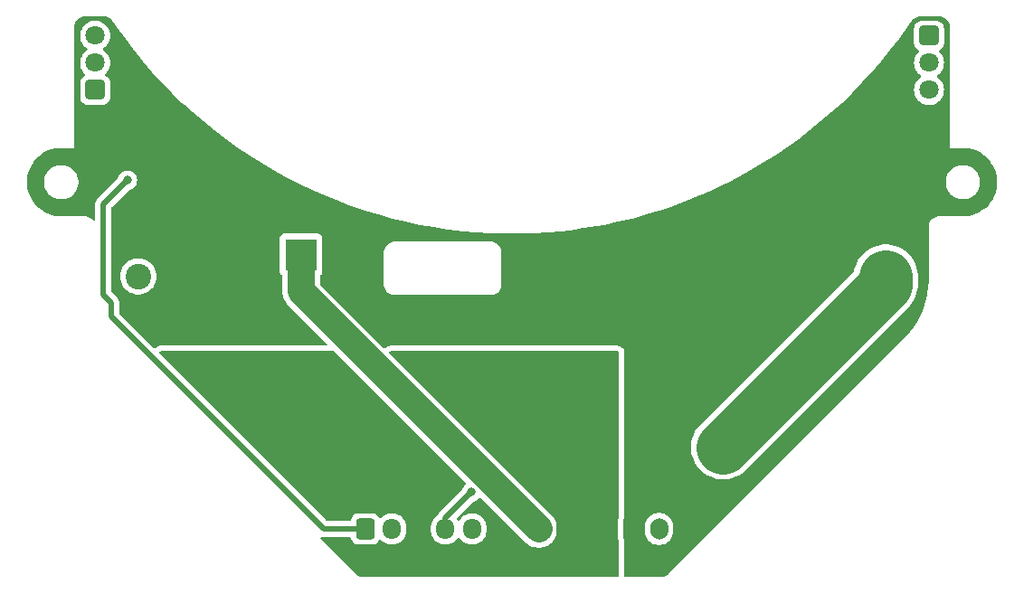
<source format=gbr>
%TF.GenerationSoftware,KiCad,Pcbnew,8.0.1*%
%TF.CreationDate,2024-05-26T12:29:59+09:00*%
%TF.ProjectId,Kicker-20240411,4b69636b-6572-42d3-9230-323430343131,rev?*%
%TF.SameCoordinates,Original*%
%TF.FileFunction,Copper,L1,Top*%
%TF.FilePolarity,Positive*%
%FSLAX46Y46*%
G04 Gerber Fmt 4.6, Leading zero omitted, Abs format (unit mm)*
G04 Created by KiCad (PCBNEW 8.0.1) date 2024-05-26 12:29:59*
%MOMM*%
%LPD*%
G01*
G04 APERTURE LIST*
G04 Aperture macros list*
%AMRoundRect*
0 Rectangle with rounded corners*
0 $1 Rounding radius*
0 $2 $3 $4 $5 $6 $7 $8 $9 X,Y pos of 4 corners*
0 Add a 4 corners polygon primitive as box body*
4,1,4,$2,$3,$4,$5,$6,$7,$8,$9,$2,$3,0*
0 Add four circle primitives for the rounded corners*
1,1,$1+$1,$2,$3*
1,1,$1+$1,$4,$5*
1,1,$1+$1,$6,$7*
1,1,$1+$1,$8,$9*
0 Add four rect primitives between the rounded corners*
20,1,$1+$1,$2,$3,$4,$5,0*
20,1,$1+$1,$4,$5,$6,$7,0*
20,1,$1+$1,$6,$7,$8,$9,0*
20,1,$1+$1,$8,$9,$2,$3,0*%
G04 Aperture macros list end*
%TA.AperFunction,ComponentPad*%
%ADD10R,2.400000X2.400000*%
%TD*%
%TA.AperFunction,ComponentPad*%
%ADD11C,2.400000*%
%TD*%
%TA.AperFunction,SMDPad,CuDef*%
%ADD12R,3.000000X3.000000*%
%TD*%
%TA.AperFunction,ComponentPad*%
%ADD13RoundRect,0.250000X-0.600000X-0.750000X0.600000X-0.750000X0.600000X0.750000X-0.600000X0.750000X0*%
%TD*%
%TA.AperFunction,ComponentPad*%
%ADD14O,1.700000X2.000000*%
%TD*%
%TA.AperFunction,ComponentPad*%
%ADD15RoundRect,0.250200X-0.649800X0.649800X-0.649800X-0.649800X0.649800X-0.649800X0.649800X0.649800X0*%
%TD*%
%TA.AperFunction,ComponentPad*%
%ADD16C,1.800000*%
%TD*%
%TA.AperFunction,ComponentPad*%
%ADD17RoundRect,0.250000X-0.600000X-0.725000X0.600000X-0.725000X0.600000X0.725000X-0.600000X0.725000X0*%
%TD*%
%TA.AperFunction,ComponentPad*%
%ADD18O,1.700000X1.950000*%
%TD*%
%TA.AperFunction,ComponentPad*%
%ADD19RoundRect,0.250200X0.649800X-0.649800X0.649800X0.649800X-0.649800X0.649800X-0.649800X-0.649800X0*%
%TD*%
%TA.AperFunction,ViaPad*%
%ADD20C,0.800000*%
%TD*%
%TA.AperFunction,Conductor*%
%ADD21C,2.500000*%
%TD*%
%TA.AperFunction,Conductor*%
%ADD22C,5.000000*%
%TD*%
%TA.AperFunction,Conductor*%
%ADD23C,0.500000*%
%TD*%
G04 APERTURE END LIST*
D10*
%TO.P,C3,1*%
%TO.N,KickerPower*%
X152512755Y-98000000D03*
D11*
%TO.P,C3,2*%
%TO.N,GND*%
X145012755Y-98000000D03*
%TD*%
D12*
%TO.P,U1,1,+IN*%
%TO.N,VCC*%
X160250000Y-96000000D03*
%TO.P,U1,2,-IN*%
%TO.N,GND*%
X160250000Y-114000000D03*
%TO.P,U1,3,+OUT*%
%TO.N,KickerPower*%
X199750000Y-96000000D03*
%TO.P,U1,4,-OUT*%
%TO.N,GND*%
X199750000Y-114000000D03*
%TD*%
D13*
%TO.P,VIN,1,Pin_1*%
%TO.N,VCC*%
X182500000Y-121650000D03*
D14*
%TO.P,VIN,2,Pin_2*%
%TO.N,GND*%
X185000000Y-121650000D03*
%TD*%
D15*
%TO.P,U3,1,OUT*%
%TO.N,Net-(U3-OUT)*%
X219025000Y-75460000D03*
D16*
%TO.P,U3,2,GND*%
%TO.N,GND*%
X219025000Y-78000000D03*
%TO.P,U3,3,Vs*%
%TO.N,+3.3V*%
X219025000Y-80540000D03*
%TD*%
D17*
%TO.P,MD,1,Pin_1*%
%TO.N,ball02k*%
X166250000Y-121650000D03*
D18*
%TO.P,MD,2,Pin_2*%
%TO.N,KickerSignal-main*%
X168750000Y-121650000D03*
%TO.P,MD,3,Pin_3*%
%TO.N,GND*%
X171250000Y-121650000D03*
%TO.P,MD,4,Pin_4*%
%TO.N,+3.3V*%
X173750000Y-121650000D03*
%TO.P,MD,5,Pin_5*%
%TO.N,ball01k*%
X176250000Y-121650000D03*
%TD*%
D13*
%TO.P,KI.,1,Pin_1*%
%TO.N,KickerPower*%
X191250000Y-121650000D03*
D14*
%TO.P,KI.,2,Pin_2*%
%TO.N,Net-(J3-Pin_2)*%
X193750000Y-121650000D03*
%TD*%
D19*
%TO.P,U4,1,OUT*%
%TO.N,Net-(U4-OUT)*%
X140975000Y-80540000D03*
D16*
%TO.P,U4,2,GND*%
%TO.N,GND*%
X140975000Y-78000000D03*
%TO.P,U4,3,Vs*%
%TO.N,+3.3V*%
X140975000Y-75460000D03*
%TD*%
D10*
%TO.P,C4,1*%
%TO.N,KickerPower*%
X207487246Y-98000000D03*
D11*
%TO.P,C4,2*%
%TO.N,GND*%
X214987246Y-98000000D03*
%TD*%
D20*
%TO.N,+3.3V*%
X176200000Y-118200000D03*
%TO.N,ball02k*%
X144000000Y-89000000D03*
%TD*%
D21*
%TO.N,VCC*%
X160250000Y-99400000D02*
X182500000Y-121650000D01*
X160250000Y-96000000D02*
X160250000Y-99400000D01*
D22*
%TO.N,GND*%
X199750000Y-114000000D02*
X214987246Y-98762754D01*
X214987246Y-98762754D02*
X214987246Y-98000000D01*
D23*
%TO.N,+3.3V*%
X173750000Y-120650000D02*
X173750000Y-121650000D01*
X176200000Y-118200000D02*
X173750000Y-120650000D01*
%TO.N,ball02k*%
X142500000Y-100500000D02*
X141750000Y-99750000D01*
X166250000Y-121650000D02*
X162400000Y-121650000D01*
X141750000Y-99750000D02*
X141750000Y-91250000D01*
X162400000Y-121650000D02*
X142500000Y-101750000D01*
X141750000Y-91250000D02*
X144000000Y-89000000D01*
X142500000Y-101750000D02*
X142500000Y-100500000D01*
%TD*%
%TA.AperFunction,Conductor*%
%TO.N,KickerPower*%
G36*
X141831118Y-73671461D02*
G01*
X141833143Y-73671509D01*
X141916911Y-73673521D01*
X141938039Y-73675853D01*
X142107802Y-73709518D01*
X142130986Y-73716527D01*
X142283002Y-73779285D01*
X142289574Y-73781998D01*
X142310963Y-73793390D01*
X142453779Y-73888449D01*
X142472544Y-73903784D01*
X142595217Y-74025873D01*
X142608932Y-74042088D01*
X142658685Y-74112327D01*
X142660137Y-74114423D01*
X143033861Y-74665718D01*
X143811224Y-75750644D01*
X144526503Y-76688857D01*
X144620405Y-76812025D01*
X145460709Y-77848949D01*
X145460724Y-77848966D01*
X146331393Y-78860500D01*
X147077330Y-79676852D01*
X147231689Y-79845782D01*
X148160807Y-80803935D01*
X149117931Y-81734115D01*
X149331827Y-81929996D01*
X150102226Y-82635511D01*
X151112813Y-83507317D01*
X152148795Y-84348762D01*
X153209250Y-85159096D01*
X153209270Y-85159110D01*
X153209280Y-85159118D01*
X154293333Y-85937674D01*
X155399996Y-86683740D01*
X156528297Y-87396662D01*
X157677242Y-88075811D01*
X158845822Y-88720590D01*
X160033009Y-89330432D01*
X160033030Y-89330442D01*
X161237768Y-89904806D01*
X162458983Y-90443180D01*
X162458996Y-90443185D01*
X162459009Y-90443191D01*
X163695689Y-90945130D01*
X164946710Y-91410175D01*
X165543910Y-91612228D01*
X166210958Y-91837913D01*
X167487349Y-92227978D01*
X167487360Y-92227981D01*
X168774755Y-92580022D01*
X170072024Y-92893733D01*
X170072029Y-92893734D01*
X170072033Y-92893735D01*
X170332104Y-92948517D01*
X171378024Y-93168835D01*
X172691609Y-93405089D01*
X173515697Y-93528199D01*
X174011633Y-93602287D01*
X174945934Y-93713649D01*
X175336901Y-93760250D01*
X176666282Y-93878846D01*
X177998596Y-93957968D01*
X177998598Y-93957968D01*
X177998614Y-93957969D01*
X179332654Y-93997546D01*
X180667330Y-93997546D01*
X180667346Y-93997546D01*
X182001385Y-93957969D01*
X182001399Y-93957968D01*
X182001404Y-93957968D01*
X183333718Y-93878846D01*
X184663099Y-93760250D01*
X185249549Y-93690348D01*
X185988366Y-93602287D01*
X186126952Y-93581583D01*
X187308391Y-93405089D01*
X188621976Y-93168835D01*
X189927976Y-92893733D01*
X191225245Y-92580022D01*
X192512640Y-92227981D01*
X193789029Y-91837917D01*
X195053290Y-91410175D01*
X196304311Y-90945130D01*
X197540991Y-90443191D01*
X198065077Y-90212147D01*
X198762231Y-89904806D01*
X198762235Y-89904803D01*
X198762242Y-89904801D01*
X199966991Y-89330432D01*
X200031764Y-89297159D01*
X220602467Y-89297159D01*
X220641802Y-89545515D01*
X220719509Y-89784669D01*
X220833669Y-90008718D01*
X220981464Y-90212142D01*
X220981468Y-90212147D01*
X221159278Y-90389957D01*
X221159283Y-90389961D01*
X221336721Y-90518876D01*
X221362711Y-90537759D01*
X221505475Y-90610501D01*
X221586756Y-90651916D01*
X221586758Y-90651916D01*
X221586761Y-90651918D01*
X221714950Y-90693569D01*
X221825910Y-90729623D01*
X222074267Y-90768959D01*
X222325730Y-90768959D01*
X222325735Y-90768959D01*
X222574091Y-90729623D01*
X222621456Y-90714233D01*
X222813241Y-90651918D01*
X223037291Y-90537759D01*
X223240725Y-90389956D01*
X223418532Y-90212149D01*
X223566335Y-90008715D01*
X223680494Y-89784665D01*
X223758199Y-89545515D01*
X223797535Y-89297154D01*
X223800001Y-89171425D01*
X223797535Y-89045696D01*
X223758199Y-88797335D01*
X223680494Y-88558185D01*
X223680492Y-88558182D01*
X223680492Y-88558180D01*
X223634433Y-88467785D01*
X223566335Y-88334135D01*
X223547452Y-88308145D01*
X223418537Y-88130707D01*
X223418533Y-88130702D01*
X223240723Y-87952892D01*
X223240718Y-87952888D01*
X223037294Y-87805093D01*
X223037293Y-87805092D01*
X223037291Y-87805091D01*
X222967323Y-87769440D01*
X222813245Y-87690933D01*
X222574091Y-87613226D01*
X222325735Y-87573891D01*
X222325730Y-87573891D01*
X222074272Y-87573891D01*
X222074267Y-87573891D01*
X221825910Y-87613226D01*
X221586756Y-87690933D01*
X221362707Y-87805093D01*
X221159283Y-87952888D01*
X221159278Y-87952892D01*
X220981468Y-88130702D01*
X220981464Y-88130707D01*
X220833669Y-88334131D01*
X220719509Y-88558180D01*
X220641802Y-88797334D01*
X220602467Y-89045690D01*
X220602467Y-89297159D01*
X200031764Y-89297159D01*
X201154178Y-88720590D01*
X202322758Y-88075811D01*
X203471703Y-87396662D01*
X204600004Y-86683740D01*
X205706667Y-85937674D01*
X206790720Y-85159118D01*
X207851209Y-84348758D01*
X208887200Y-83507306D01*
X209897783Y-82635503D01*
X210882069Y-81734115D01*
X211839193Y-80803935D01*
X212095124Y-80540006D01*
X217619700Y-80540006D01*
X217638864Y-80771297D01*
X217638866Y-80771308D01*
X217695842Y-80996300D01*
X217789075Y-81208848D01*
X217916016Y-81403147D01*
X217916019Y-81403151D01*
X217916021Y-81403153D01*
X218073216Y-81573913D01*
X218073219Y-81573915D01*
X218073222Y-81573918D01*
X218256365Y-81716464D01*
X218256371Y-81716468D01*
X218256374Y-81716470D01*
X218460497Y-81826936D01*
X218574487Y-81866068D01*
X218680015Y-81902297D01*
X218680017Y-81902297D01*
X218680019Y-81902298D01*
X218908951Y-81940500D01*
X218908952Y-81940500D01*
X219141048Y-81940500D01*
X219141049Y-81940500D01*
X219369981Y-81902298D01*
X219589503Y-81826936D01*
X219793626Y-81716470D01*
X219976784Y-81573913D01*
X220133979Y-81403153D01*
X220260924Y-81208849D01*
X220354157Y-80996300D01*
X220411134Y-80771305D01*
X220430300Y-80540000D01*
X220430300Y-80539993D01*
X220411135Y-80308702D01*
X220411133Y-80308691D01*
X220354157Y-80083699D01*
X220260924Y-79871151D01*
X220133983Y-79676852D01*
X220133980Y-79676849D01*
X220133979Y-79676847D01*
X219976784Y-79506087D01*
X219799180Y-79367853D01*
X219758368Y-79311143D01*
X219754693Y-79241370D01*
X219789324Y-79180687D01*
X219799181Y-79172146D01*
X219817631Y-79157786D01*
X219976784Y-79033913D01*
X220133979Y-78863153D01*
X220260924Y-78668849D01*
X220354157Y-78456300D01*
X220411134Y-78231305D01*
X220430300Y-78000000D01*
X220430300Y-77999993D01*
X220411135Y-77768702D01*
X220411133Y-77768691D01*
X220354157Y-77543699D01*
X220260924Y-77331151D01*
X220133983Y-77136852D01*
X220133980Y-77136849D01*
X220133979Y-77136847D01*
X219984336Y-76974291D01*
X219953416Y-76911639D01*
X219961276Y-76842213D01*
X220005424Y-76788058D01*
X220010434Y-76784795D01*
X220143581Y-76702670D01*
X220267670Y-76578581D01*
X220359797Y-76429220D01*
X220414996Y-76262638D01*
X220425500Y-76159826D01*
X220425500Y-74760174D01*
X220416287Y-74670001D01*
X220414996Y-74657361D01*
X220383588Y-74562577D01*
X220359797Y-74490780D01*
X220267670Y-74341419D01*
X220143581Y-74217330D01*
X219994220Y-74125203D01*
X219961688Y-74114423D01*
X219827638Y-74070003D01*
X219724833Y-74059500D01*
X219724826Y-74059500D01*
X218325174Y-74059500D01*
X218325166Y-74059500D01*
X218222361Y-74070003D01*
X218055782Y-74125202D01*
X218055777Y-74125204D01*
X217906417Y-74217331D01*
X217782331Y-74341417D01*
X217690204Y-74490777D01*
X217690202Y-74490782D01*
X217635003Y-74657361D01*
X217624500Y-74760166D01*
X217624500Y-76159833D01*
X217635003Y-76262638D01*
X217655054Y-76323147D01*
X217690203Y-76429220D01*
X217782330Y-76578581D01*
X217906419Y-76702670D01*
X218039529Y-76784773D01*
X218086252Y-76836720D01*
X218097475Y-76905683D01*
X218069631Y-76969765D01*
X218065661Y-76974293D01*
X217916018Y-77136849D01*
X217789075Y-77331151D01*
X217695842Y-77543699D01*
X217638866Y-77768691D01*
X217638864Y-77768702D01*
X217619700Y-77999993D01*
X217619700Y-78000006D01*
X217638864Y-78231297D01*
X217638866Y-78231308D01*
X217695842Y-78456300D01*
X217789075Y-78668848D01*
X217916016Y-78863147D01*
X217916019Y-78863151D01*
X217916021Y-78863153D01*
X218073216Y-79033913D01*
X218073219Y-79033915D01*
X218073222Y-79033918D01*
X218250818Y-79172147D01*
X218291631Y-79228857D01*
X218295306Y-79298630D01*
X218260674Y-79359313D01*
X218250818Y-79367853D01*
X218073222Y-79506081D01*
X218073219Y-79506084D01*
X217916016Y-79676852D01*
X217789075Y-79871151D01*
X217695842Y-80083699D01*
X217638866Y-80308691D01*
X217638864Y-80308702D01*
X217619700Y-80539993D01*
X217619700Y-80540006D01*
X212095124Y-80540006D01*
X212768311Y-79845782D01*
X213212819Y-79359313D01*
X213668606Y-78860500D01*
X214016518Y-78456300D01*
X214539291Y-77848949D01*
X215379595Y-76812025D01*
X216188779Y-75750640D01*
X216966134Y-74665725D01*
X217339923Y-74114332D01*
X217341275Y-74112380D01*
X217391559Y-74041288D01*
X217405516Y-74024813D01*
X217529828Y-73901639D01*
X217548848Y-73886199D01*
X217693731Y-73790682D01*
X217715408Y-73779289D01*
X217876256Y-73714123D01*
X217899733Y-73707219D01*
X218071706Y-73674681D01*
X218093190Y-73672532D01*
X218180647Y-73671435D01*
X218182202Y-73671425D01*
X219998608Y-73671425D01*
X220001413Y-73671457D01*
X220004228Y-73671520D01*
X220087481Y-73673404D01*
X220108854Y-73675754D01*
X220265306Y-73706875D01*
X220279058Y-73709611D01*
X220302319Y-73716667D01*
X220397651Y-73756155D01*
X220453491Y-73779285D01*
X220461333Y-73782533D01*
X220482772Y-73793993D01*
X220625883Y-73889619D01*
X220644673Y-73905040D01*
X220766375Y-74026745D01*
X220781796Y-74045536D01*
X220877418Y-74188649D01*
X220888877Y-74210087D01*
X220954740Y-74369103D01*
X220961796Y-74392366D01*
X220995649Y-74562577D01*
X220997999Y-74583929D01*
X220999969Y-74670093D01*
X221000001Y-74672867D01*
X221000001Y-85971425D01*
X222199170Y-85971425D01*
X222200873Y-85971437D01*
X222373459Y-85973808D01*
X222385638Y-85974575D01*
X222729528Y-86013323D01*
X222743231Y-86015651D01*
X223079791Y-86092469D01*
X223093135Y-86096312D01*
X223418998Y-86210336D01*
X223431834Y-86215653D01*
X223431928Y-86215699D01*
X223742857Y-86365435D01*
X223755027Y-86372161D01*
X224047325Y-86555824D01*
X224058666Y-86563871D01*
X224328564Y-86779107D01*
X224338932Y-86788373D01*
X224583026Y-87032467D01*
X224592292Y-87042835D01*
X224807528Y-87312733D01*
X224815575Y-87324074D01*
X224999238Y-87616372D01*
X225005964Y-87628542D01*
X225155743Y-87939560D01*
X225161065Y-87952407D01*
X225275084Y-88278255D01*
X225278933Y-88291618D01*
X225355747Y-88628166D01*
X225358076Y-88641874D01*
X225396728Y-88984909D01*
X225397508Y-88998793D01*
X225397508Y-89344006D01*
X225396728Y-89357890D01*
X225358076Y-89700925D01*
X225355747Y-89714633D01*
X225278933Y-90051181D01*
X225275084Y-90064544D01*
X225161065Y-90390392D01*
X225155743Y-90403239D01*
X225005964Y-90714257D01*
X224999238Y-90726427D01*
X224815575Y-91018725D01*
X224807528Y-91030066D01*
X224592292Y-91299964D01*
X224583026Y-91310332D01*
X224338932Y-91554426D01*
X224328564Y-91563692D01*
X224058666Y-91778928D01*
X224047325Y-91786975D01*
X223755027Y-91970638D01*
X223742857Y-91977364D01*
X223431839Y-92127143D01*
X223418992Y-92132465D01*
X223093144Y-92246484D01*
X223079781Y-92250333D01*
X222743233Y-92327147D01*
X222729525Y-92329476D01*
X222385626Y-92368225D01*
X222373480Y-92368993D01*
X222200856Y-92371413D01*
X222199118Y-92371425D01*
X219999990Y-92371425D01*
X219901724Y-92373650D01*
X219708968Y-92411993D01*
X219708964Y-92411994D01*
X219527382Y-92487208D01*
X219527376Y-92487211D01*
X219363964Y-92596402D01*
X219363958Y-92596407D01*
X219224991Y-92735377D01*
X219224987Y-92735382D01*
X219115801Y-92898795D01*
X219115794Y-92898808D01*
X219040587Y-93080385D01*
X219040585Y-93080392D01*
X219002248Y-93273151D01*
X219000001Y-93371442D01*
X219000001Y-98170890D01*
X218999996Y-98171989D01*
X218997503Y-98453175D01*
X218997192Y-98460922D01*
X218957030Y-99022437D01*
X218956084Y-99031239D01*
X218876042Y-99587925D01*
X218874470Y-99596635D01*
X218754922Y-100146181D01*
X218752733Y-100154758D01*
X218594286Y-100694373D01*
X218591491Y-100702772D01*
X218394946Y-101229726D01*
X218391558Y-101237904D01*
X218157929Y-101749477D01*
X218153967Y-101757392D01*
X217884434Y-102251001D01*
X217879917Y-102258614D01*
X217575861Y-102731732D01*
X217570813Y-102739003D01*
X217233773Y-103189234D01*
X217228219Y-103196126D01*
X216859554Y-103621585D01*
X216854301Y-103627277D01*
X216657242Y-103827884D01*
X216656463Y-103828670D01*
X194607678Y-125877455D01*
X194605512Y-125879569D01*
X194543172Y-125938938D01*
X194526546Y-125952246D01*
X194382190Y-126048699D01*
X194360752Y-126060158D01*
X194201773Y-126126007D01*
X194178513Y-126133062D01*
X194008229Y-126166933D01*
X193987076Y-126169279D01*
X193903305Y-126171331D01*
X193901009Y-126171388D01*
X193897973Y-126171425D01*
X190629500Y-126171425D01*
X190562461Y-126151740D01*
X190516706Y-126098936D01*
X190505500Y-126047425D01*
X190505500Y-122810944D01*
X190505500Y-122810941D01*
X190486318Y-122673010D01*
X190467855Y-122607913D01*
X190441630Y-122548313D01*
X190437423Y-122537377D01*
X190411529Y-122459239D01*
X190405873Y-122432806D01*
X190405639Y-122430510D01*
X190405000Y-122417937D01*
X190405000Y-121906286D01*
X192399500Y-121906286D01*
X192423859Y-122060087D01*
X192432754Y-122116243D01*
X192444897Y-122153616D01*
X192498444Y-122318414D01*
X192594951Y-122507820D01*
X192719890Y-122679786D01*
X192870213Y-122830109D01*
X193042179Y-122955048D01*
X193042181Y-122955049D01*
X193042184Y-122955051D01*
X193231588Y-123051557D01*
X193433757Y-123117246D01*
X193643713Y-123150500D01*
X193643714Y-123150500D01*
X193856286Y-123150500D01*
X193856287Y-123150500D01*
X194066243Y-123117246D01*
X194268412Y-123051557D01*
X194457816Y-122955051D01*
X194479789Y-122939086D01*
X194629786Y-122830109D01*
X194629788Y-122830106D01*
X194629792Y-122830104D01*
X194780104Y-122679792D01*
X194780106Y-122679788D01*
X194780109Y-122679786D01*
X194905048Y-122507820D01*
X194905047Y-122507820D01*
X194905051Y-122507816D01*
X195001557Y-122318412D01*
X195067246Y-122116243D01*
X195100500Y-121906287D01*
X195100500Y-121393713D01*
X195067246Y-121183757D01*
X195001557Y-120981588D01*
X194905051Y-120792184D01*
X194905049Y-120792181D01*
X194905048Y-120792179D01*
X194780109Y-120620213D01*
X194629786Y-120469890D01*
X194457820Y-120344951D01*
X194268414Y-120248444D01*
X194268413Y-120248443D01*
X194268412Y-120248443D01*
X194066243Y-120182754D01*
X194066241Y-120182753D01*
X194066240Y-120182753D01*
X193904957Y-120157208D01*
X193856287Y-120149500D01*
X193643713Y-120149500D01*
X193595042Y-120157208D01*
X193433760Y-120182753D01*
X193231585Y-120248444D01*
X193042179Y-120344951D01*
X192870213Y-120469890D01*
X192719890Y-120620213D01*
X192594951Y-120792179D01*
X192498444Y-120981585D01*
X192432753Y-121183760D01*
X192399500Y-121393713D01*
X192399500Y-121906286D01*
X190405000Y-121906286D01*
X190405000Y-120882054D01*
X190405638Y-120869491D01*
X190405872Y-120867194D01*
X190411525Y-120840767D01*
X190437417Y-120762631D01*
X190441623Y-120751701D01*
X190467860Y-120692072D01*
X190486321Y-120626976D01*
X190505500Y-120489057D01*
X190505500Y-114168509D01*
X196749500Y-114168509D01*
X196787231Y-114503381D01*
X196787233Y-114503397D01*
X196862223Y-114831953D01*
X196862227Y-114831965D01*
X196973532Y-115150054D01*
X197119752Y-115453683D01*
X197119754Y-115453686D01*
X197299054Y-115739039D01*
X197509176Y-116002524D01*
X197747476Y-116240824D01*
X198010961Y-116450946D01*
X198296314Y-116630246D01*
X198599949Y-116776469D01*
X198838848Y-116860063D01*
X198918034Y-116887772D01*
X198918046Y-116887776D01*
X199246606Y-116962767D01*
X199581491Y-117000499D01*
X199581492Y-117000500D01*
X199581495Y-117000500D01*
X199918508Y-117000500D01*
X199918508Y-117000499D01*
X200253394Y-116962767D01*
X200581954Y-116887776D01*
X200900051Y-116776469D01*
X201203686Y-116630246D01*
X201489039Y-116450946D01*
X201752524Y-116240824D01*
X217228070Y-100765278D01*
X217438192Y-100501793D01*
X217617492Y-100216440D01*
X217763715Y-99912805D01*
X217875022Y-99594708D01*
X217950013Y-99266148D01*
X217987746Y-98931259D01*
X217987746Y-98594249D01*
X217987746Y-97831496D01*
X217950013Y-97496606D01*
X217875022Y-97168046D01*
X217763715Y-96849949D01*
X217617492Y-96546314D01*
X217438192Y-96260961D01*
X217228071Y-95997477D01*
X216989769Y-95759175D01*
X216726285Y-95549054D01*
X216440932Y-95369754D01*
X216440929Y-95369752D01*
X216137300Y-95223532D01*
X215819211Y-95112227D01*
X215819199Y-95112223D01*
X215490643Y-95037233D01*
X215490627Y-95037231D01*
X215155754Y-94999500D01*
X215155750Y-94999500D01*
X214818742Y-94999500D01*
X214818737Y-94999500D01*
X214483864Y-95037231D01*
X214483848Y-95037233D01*
X214155292Y-95112223D01*
X214155280Y-95112227D01*
X213837191Y-95223532D01*
X213533562Y-95369752D01*
X213248208Y-95549053D01*
X212984723Y-95759174D01*
X212746420Y-95997477D01*
X212536299Y-96260962D01*
X212356998Y-96546316D01*
X212210778Y-96849945D01*
X212099473Y-97168034D01*
X212099470Y-97168042D01*
X212036696Y-97443076D01*
X212003486Y-97503164D01*
X197509175Y-111997476D01*
X197299053Y-112260962D01*
X197119752Y-112546316D01*
X196973532Y-112849945D01*
X196862227Y-113168034D01*
X196862223Y-113168046D01*
X196787233Y-113496602D01*
X196787231Y-113496618D01*
X196749500Y-113831490D01*
X196749500Y-114168509D01*
X190505500Y-114168509D01*
X190505500Y-105124000D01*
X190493947Y-105016544D01*
X190482741Y-104965033D01*
X190482637Y-104964722D01*
X190448616Y-104862502D01*
X190448613Y-104862496D01*
X190370828Y-104741462D01*
X190370825Y-104741457D01*
X190353786Y-104721793D01*
X190325076Y-104688659D01*
X190325072Y-104688656D01*
X190325070Y-104688653D01*
X190216336Y-104594433D01*
X190216333Y-104594431D01*
X190216331Y-104594430D01*
X190085465Y-104534664D01*
X190085460Y-104534662D01*
X190085459Y-104534662D01*
X190018420Y-104514977D01*
X190018422Y-104514977D01*
X190018417Y-104514976D01*
X189970944Y-104508150D01*
X189876000Y-104494500D01*
X168624943Y-104494500D01*
X168624924Y-104494500D01*
X168606941Y-104494820D01*
X168599296Y-104495093D01*
X168598051Y-104495138D01*
X168598047Y-104495138D01*
X168598025Y-104495139D01*
X168580039Y-104496103D01*
X168580024Y-104496105D01*
X168439448Y-104526686D01*
X168439443Y-104526687D01*
X168439442Y-104526688D01*
X168423616Y-104532590D01*
X168373976Y-104551105D01*
X168373972Y-104551107D01*
X168247704Y-104620055D01*
X168184347Y-104683409D01*
X168123023Y-104716892D01*
X168053331Y-104711906D01*
X168008987Y-104683406D01*
X162075573Y-98749992D01*
X168000000Y-98749992D01*
X168002407Y-98848252D01*
X168002408Y-98848261D01*
X168040742Y-99040979D01*
X168040744Y-99040987D01*
X168115943Y-99222533D01*
X168115948Y-99222543D01*
X168225118Y-99385927D01*
X168225121Y-99385931D01*
X168364068Y-99524878D01*
X168364072Y-99524881D01*
X168527456Y-99634051D01*
X168527460Y-99634053D01*
X168527463Y-99634055D01*
X168709013Y-99709256D01*
X168901746Y-99747593D01*
X169000000Y-99750000D01*
X177999992Y-99750000D01*
X178000000Y-99750000D01*
X178098254Y-99747593D01*
X178290987Y-99709256D01*
X178472537Y-99634055D01*
X178635928Y-99524881D01*
X178774881Y-99385928D01*
X178884055Y-99222537D01*
X178959256Y-99040987D01*
X178997593Y-98848254D01*
X179000000Y-98750000D01*
X179000000Y-95750000D01*
X178997593Y-95651746D01*
X178959256Y-95459013D01*
X178884055Y-95277463D01*
X178884053Y-95277460D01*
X178884051Y-95277456D01*
X178774881Y-95114072D01*
X178774878Y-95114068D01*
X178635931Y-94975121D01*
X178635927Y-94975118D01*
X178472543Y-94865948D01*
X178472533Y-94865943D01*
X178290987Y-94790744D01*
X178290979Y-94790742D01*
X178098261Y-94752408D01*
X178098256Y-94752407D01*
X178098254Y-94752407D01*
X178000000Y-94750000D01*
X177999992Y-94750000D01*
X169000008Y-94750000D01*
X169000000Y-94750000D01*
X168901746Y-94752407D01*
X168901744Y-94752407D01*
X168901738Y-94752408D01*
X168709020Y-94790742D01*
X168709012Y-94790744D01*
X168527466Y-94865943D01*
X168527456Y-94865948D01*
X168364072Y-94975118D01*
X168364068Y-94975121D01*
X168225121Y-95114068D01*
X168225118Y-95114072D01*
X168115948Y-95277456D01*
X168115943Y-95277466D01*
X168040744Y-95459012D01*
X168040742Y-95459020D01*
X168002408Y-95651738D01*
X168002407Y-95651747D01*
X168000000Y-95750007D01*
X168000000Y-98749992D01*
X162075573Y-98749992D01*
X162036819Y-98711238D01*
X162003334Y-98649915D01*
X162000500Y-98623557D01*
X162000500Y-97999749D01*
X162020185Y-97932710D01*
X162050190Y-97900482D01*
X162107546Y-97857546D01*
X162193796Y-97742331D01*
X162244091Y-97607483D01*
X162250500Y-97547873D01*
X162250499Y-94452128D01*
X162244091Y-94392517D01*
X162193796Y-94257669D01*
X162193795Y-94257668D01*
X162193793Y-94257664D01*
X162107547Y-94142455D01*
X162107544Y-94142452D01*
X161992335Y-94056206D01*
X161992328Y-94056202D01*
X161857482Y-94005908D01*
X161857483Y-94005908D01*
X161797883Y-93999501D01*
X161797881Y-93999500D01*
X161797873Y-93999500D01*
X161797864Y-93999500D01*
X158702129Y-93999500D01*
X158702123Y-93999501D01*
X158642516Y-94005908D01*
X158507671Y-94056202D01*
X158507664Y-94056206D01*
X158392455Y-94142452D01*
X158392452Y-94142455D01*
X158306206Y-94257664D01*
X158306202Y-94257671D01*
X158255908Y-94392517D01*
X158249501Y-94452116D01*
X158249501Y-94452123D01*
X158249500Y-94452135D01*
X158249500Y-97547870D01*
X158249501Y-97547876D01*
X158255908Y-97607483D01*
X158306202Y-97742328D01*
X158306203Y-97742329D01*
X158306204Y-97742331D01*
X158372951Y-97831493D01*
X158392452Y-97857543D01*
X158392455Y-97857547D01*
X158449810Y-97900482D01*
X158491682Y-97956415D01*
X158499500Y-97999749D01*
X158499500Y-99514741D01*
X158518956Y-99662513D01*
X158523957Y-99700500D01*
X158529452Y-99742239D01*
X158551338Y-99823918D01*
X158576292Y-99917050D01*
X158588843Y-99963889D01*
X158588845Y-99963896D01*
X158676652Y-100175881D01*
X158676657Y-100175891D01*
X158791390Y-100374615D01*
X158813073Y-100402871D01*
X158830884Y-100426082D01*
X158931078Y-100556659D01*
X158931084Y-100556666D01*
X162657238Y-104282819D01*
X162690723Y-104344142D01*
X162685739Y-104413834D01*
X162643867Y-104469767D01*
X162578403Y-104494184D01*
X162569557Y-104494500D01*
X147110711Y-104494500D01*
X147092728Y-104494820D01*
X147085083Y-104495093D01*
X147083838Y-104495138D01*
X147083834Y-104495138D01*
X147083812Y-104495139D01*
X147065826Y-104496103D01*
X147065811Y-104496105D01*
X146925235Y-104526686D01*
X146925230Y-104526687D01*
X146925229Y-104526688D01*
X146909403Y-104532590D01*
X146859763Y-104551105D01*
X146859759Y-104551107D01*
X146733491Y-104620055D01*
X146670134Y-104683409D01*
X146608810Y-104716892D01*
X146539118Y-104711906D01*
X146494774Y-104683406D01*
X143286819Y-101475451D01*
X143253334Y-101414128D01*
X143250500Y-101387770D01*
X143250500Y-100426078D01*
X143221659Y-100281092D01*
X143221658Y-100281091D01*
X143221658Y-100281087D01*
X143199841Y-100228416D01*
X143165087Y-100144511D01*
X143165080Y-100144498D01*
X143082952Y-100021585D01*
X143082951Y-100021584D01*
X142978416Y-99917049D01*
X142536819Y-99475451D01*
X142503334Y-99414128D01*
X142500500Y-99387770D01*
X142500500Y-98000004D01*
X143307487Y-98000004D01*
X143326532Y-98254154D01*
X143373725Y-98460922D01*
X143383247Y-98502637D01*
X143476362Y-98739888D01*
X143603796Y-98960612D01*
X143762705Y-99159877D01*
X143949538Y-99333232D01*
X144160121Y-99476805D01*
X144160126Y-99476807D01*
X144160127Y-99476808D01*
X144160128Y-99476809D01*
X144259952Y-99524881D01*
X144389747Y-99587387D01*
X144389748Y-99587387D01*
X144389751Y-99587389D01*
X144633297Y-99662513D01*
X144885320Y-99700500D01*
X145140190Y-99700500D01*
X145392213Y-99662513D01*
X145635759Y-99587389D01*
X145865389Y-99476805D01*
X146075972Y-99333232D01*
X146262805Y-99159877D01*
X146421714Y-98960612D01*
X146549148Y-98739888D01*
X146642263Y-98502637D01*
X146698977Y-98254157D01*
X146718023Y-98000000D01*
X146718004Y-97999749D01*
X146698977Y-97745845D01*
X146698174Y-97742328D01*
X146642263Y-97497363D01*
X146549148Y-97260112D01*
X146421714Y-97039388D01*
X146262805Y-96840123D01*
X146075972Y-96666768D01*
X145865389Y-96523195D01*
X145865385Y-96523193D01*
X145865382Y-96523191D01*
X145865381Y-96523190D01*
X145635761Y-96412612D01*
X145635763Y-96412612D01*
X145392221Y-96337489D01*
X145392217Y-96337488D01*
X145392213Y-96337487D01*
X145270986Y-96319214D01*
X145140195Y-96299500D01*
X145140190Y-96299500D01*
X144885320Y-96299500D01*
X144885314Y-96299500D01*
X144728364Y-96323157D01*
X144633297Y-96337487D01*
X144633294Y-96337488D01*
X144633288Y-96337489D01*
X144389747Y-96412612D01*
X144160128Y-96523190D01*
X144160127Y-96523191D01*
X143949537Y-96666768D01*
X143762707Y-96840121D01*
X143762705Y-96840123D01*
X143603796Y-97039388D01*
X143476363Y-97260109D01*
X143383247Y-97497362D01*
X143383245Y-97497369D01*
X143326532Y-97745845D01*
X143307487Y-97999995D01*
X143307487Y-98000004D01*
X142500500Y-98000004D01*
X142500500Y-91612228D01*
X142520185Y-91545189D01*
X142536814Y-91524552D01*
X144152770Y-89908595D01*
X144214091Y-89875112D01*
X144214427Y-89875039D01*
X144279803Y-89861144D01*
X144452730Y-89784151D01*
X144605871Y-89672888D01*
X144732533Y-89532216D01*
X144827179Y-89368284D01*
X144885674Y-89188256D01*
X144905460Y-89000000D01*
X144885674Y-88811744D01*
X144827179Y-88631716D01*
X144732533Y-88467784D01*
X144605871Y-88327112D01*
X144605870Y-88327111D01*
X144452734Y-88215851D01*
X144452729Y-88215848D01*
X144279807Y-88138857D01*
X144279802Y-88138855D01*
X144134001Y-88107865D01*
X144094646Y-88099500D01*
X143905354Y-88099500D01*
X143872897Y-88106398D01*
X143720197Y-88138855D01*
X143720192Y-88138857D01*
X143547270Y-88215848D01*
X143547265Y-88215851D01*
X143394129Y-88327111D01*
X143267466Y-88467785D01*
X143172821Y-88631715D01*
X143172819Y-88631719D01*
X143117478Y-88802041D01*
X143087228Y-88851403D01*
X141167050Y-90771580D01*
X141167044Y-90771588D01*
X141117812Y-90845268D01*
X141117813Y-90845269D01*
X141084921Y-90894496D01*
X141084914Y-90894508D01*
X141028342Y-91031086D01*
X141028340Y-91031092D01*
X140999500Y-91176079D01*
X140999500Y-92662623D01*
X140979815Y-92729662D01*
X140927011Y-92775417D01*
X140857853Y-92785361D01*
X140794297Y-92756336D01*
X140779507Y-92739574D01*
X140778858Y-92740108D01*
X140774995Y-92735400D01*
X140636020Y-92596421D01*
X140472616Y-92487235D01*
X140472608Y-92487231D01*
X140472609Y-92487231D01*
X140472607Y-92487230D01*
X140291030Y-92412017D01*
X140291026Y-92412016D01*
X140291022Y-92412015D01*
X140098275Y-92373675D01*
X140098273Y-92373674D01*
X140098269Y-92373674D01*
X140000000Y-92371425D01*
X139999979Y-92371425D01*
X137800862Y-92371425D01*
X137799090Y-92371412D01*
X137797231Y-92371385D01*
X137626508Y-92368944D01*
X137614397Y-92368177D01*
X137270483Y-92329427D01*
X137256774Y-92327098D01*
X136920220Y-92250282D01*
X136906864Y-92246434D01*
X136581018Y-92132415D01*
X136568186Y-92127100D01*
X136257166Y-91977320D01*
X136244996Y-91970594D01*
X135952702Y-91786934D01*
X135941361Y-91778887D01*
X135671468Y-91563655D01*
X135661100Y-91554389D01*
X135417010Y-91310298D01*
X135407744Y-91299930D01*
X135308976Y-91176079D01*
X135192508Y-91030034D01*
X135184464Y-91018696D01*
X135138239Y-90945130D01*
X135000803Y-90726401D01*
X134994078Y-90714233D01*
X134844301Y-90403218D01*
X134838979Y-90390370D01*
X134838834Y-90389957D01*
X134724965Y-90064534D01*
X134721116Y-90051173D01*
X134644301Y-89714624D01*
X134641972Y-89700915D01*
X134603322Y-89357887D01*
X134602542Y-89344003D01*
X134602542Y-89297159D01*
X136202465Y-89297159D01*
X136241800Y-89545515D01*
X136319507Y-89784669D01*
X136433667Y-90008718D01*
X136581462Y-90212142D01*
X136581466Y-90212147D01*
X136759276Y-90389957D01*
X136759281Y-90389961D01*
X136936719Y-90518876D01*
X136962709Y-90537759D01*
X137105473Y-90610501D01*
X137186754Y-90651916D01*
X137186756Y-90651916D01*
X137186759Y-90651918D01*
X137314948Y-90693569D01*
X137425908Y-90729623D01*
X137674265Y-90768959D01*
X137925728Y-90768959D01*
X137925733Y-90768959D01*
X138174089Y-90729623D01*
X138221454Y-90714233D01*
X138413239Y-90651918D01*
X138637289Y-90537759D01*
X138840723Y-90389956D01*
X139018530Y-90212149D01*
X139166333Y-90008715D01*
X139280492Y-89784665D01*
X139358197Y-89545515D01*
X139397533Y-89297154D01*
X139399999Y-89171425D01*
X139397533Y-89045696D01*
X139358197Y-88797335D01*
X139280492Y-88558185D01*
X139280490Y-88558182D01*
X139280490Y-88558180D01*
X139234431Y-88467785D01*
X139166333Y-88334135D01*
X139147450Y-88308145D01*
X139018535Y-88130707D01*
X139018531Y-88130702D01*
X138840721Y-87952892D01*
X138840716Y-87952888D01*
X138637292Y-87805093D01*
X138637291Y-87805092D01*
X138637289Y-87805091D01*
X138567321Y-87769440D01*
X138413243Y-87690933D01*
X138174089Y-87613226D01*
X137925733Y-87573891D01*
X137925728Y-87573891D01*
X137674270Y-87573891D01*
X137674265Y-87573891D01*
X137425908Y-87613226D01*
X137186754Y-87690933D01*
X136962705Y-87805093D01*
X136759281Y-87952888D01*
X136759276Y-87952892D01*
X136581466Y-88130702D01*
X136581462Y-88130707D01*
X136433667Y-88334131D01*
X136319507Y-88558180D01*
X136241800Y-88797334D01*
X136202465Y-89045690D01*
X136202465Y-89297159D01*
X134602542Y-89297159D01*
X134602542Y-88998796D01*
X134603322Y-88984912D01*
X134641972Y-88641884D01*
X134644301Y-88628175D01*
X134721116Y-88291626D01*
X134724965Y-88278265D01*
X134838983Y-87952417D01*
X134844295Y-87939593D01*
X134994082Y-87628557D01*
X135000798Y-87616405D01*
X135184472Y-87324091D01*
X135192502Y-87312773D01*
X135407752Y-87042859D01*
X135417001Y-87032510D01*
X135661109Y-86788401D01*
X135671458Y-86779152D01*
X135941372Y-86563903D01*
X135952690Y-86555873D01*
X136245005Y-86372199D01*
X136257157Y-86365483D01*
X136568200Y-86215693D01*
X136581002Y-86210389D01*
X136906880Y-86096359D01*
X136920213Y-86092518D01*
X137256775Y-86015700D01*
X137270481Y-86013372D01*
X137614388Y-85974623D01*
X137626508Y-85973856D01*
X137795254Y-85971491D01*
X137799144Y-85971437D01*
X137800881Y-85971425D01*
X138999999Y-85971425D01*
X138999999Y-78000006D01*
X139569700Y-78000006D01*
X139588864Y-78231297D01*
X139588866Y-78231308D01*
X139645842Y-78456300D01*
X139739075Y-78668848D01*
X139866016Y-78863147D01*
X139866019Y-78863151D01*
X139866021Y-78863153D01*
X140015662Y-79025707D01*
X140046583Y-79088360D01*
X140038723Y-79157786D01*
X139994575Y-79211941D01*
X139989528Y-79215226D01*
X139856422Y-79297327D01*
X139856418Y-79297330D01*
X139732331Y-79421417D01*
X139640204Y-79570777D01*
X139640202Y-79570782D01*
X139585003Y-79737361D01*
X139574500Y-79840166D01*
X139574500Y-81239833D01*
X139585003Y-81342638D01*
X139605054Y-81403147D01*
X139640203Y-81509220D01*
X139732330Y-81658581D01*
X139856419Y-81782670D01*
X140005780Y-81874797D01*
X140088771Y-81902297D01*
X140172361Y-81929996D01*
X140209236Y-81933763D01*
X140275174Y-81940500D01*
X140275178Y-81940500D01*
X141674822Y-81940500D01*
X141674826Y-81940500D01*
X141777638Y-81929996D01*
X141944220Y-81874797D01*
X142093581Y-81782670D01*
X142217670Y-81658581D01*
X142309797Y-81509220D01*
X142364996Y-81342638D01*
X142375500Y-81239826D01*
X142375500Y-79840174D01*
X142364996Y-79737362D01*
X142309797Y-79570780D01*
X142217670Y-79421419D01*
X142093581Y-79297330D01*
X142093577Y-79297327D01*
X141960471Y-79215226D01*
X141913746Y-79163278D01*
X141902525Y-79094316D01*
X141930368Y-79030234D01*
X141934298Y-79025749D01*
X142083979Y-78863153D01*
X142210924Y-78668849D01*
X142304157Y-78456300D01*
X142361134Y-78231305D01*
X142380300Y-78000000D01*
X142380300Y-77999993D01*
X142361135Y-77768702D01*
X142361133Y-77768691D01*
X142304157Y-77543699D01*
X142210924Y-77331151D01*
X142083983Y-77136852D01*
X142083980Y-77136849D01*
X142083979Y-77136847D01*
X141926784Y-76966087D01*
X141749180Y-76827853D01*
X141708368Y-76771143D01*
X141704693Y-76701370D01*
X141739324Y-76640687D01*
X141749181Y-76632146D01*
X141926784Y-76493913D01*
X142083979Y-76323153D01*
X142210924Y-76128849D01*
X142304157Y-75916300D01*
X142361134Y-75691305D01*
X142380300Y-75460000D01*
X142380300Y-75459993D01*
X142361135Y-75228702D01*
X142361133Y-75228691D01*
X142304157Y-75003699D01*
X142210924Y-74791151D01*
X142083983Y-74596852D01*
X142083980Y-74596849D01*
X142083979Y-74596847D01*
X141926784Y-74426087D01*
X141926779Y-74426083D01*
X141926777Y-74426081D01*
X141743634Y-74283535D01*
X141743628Y-74283531D01*
X141539504Y-74173064D01*
X141539495Y-74173061D01*
X141319984Y-74097702D01*
X141148282Y-74069050D01*
X141091049Y-74059500D01*
X140858951Y-74059500D01*
X140813164Y-74067140D01*
X140630015Y-74097702D01*
X140410504Y-74173061D01*
X140410495Y-74173064D01*
X140206371Y-74283531D01*
X140206365Y-74283535D01*
X140023222Y-74426081D01*
X140023219Y-74426084D01*
X139866016Y-74596852D01*
X139739075Y-74791151D01*
X139645842Y-75003699D01*
X139588866Y-75228691D01*
X139588864Y-75228702D01*
X139569700Y-75459993D01*
X139569700Y-75460006D01*
X139588864Y-75691297D01*
X139588866Y-75691308D01*
X139645842Y-75916300D01*
X139739075Y-76128848D01*
X139866016Y-76323147D01*
X139866019Y-76323151D01*
X139866021Y-76323153D01*
X140023216Y-76493913D01*
X140023219Y-76493915D01*
X140023222Y-76493918D01*
X140200818Y-76632147D01*
X140241631Y-76688857D01*
X140245306Y-76758630D01*
X140210674Y-76819313D01*
X140200818Y-76827853D01*
X140023222Y-76966081D01*
X140023219Y-76966084D01*
X139866016Y-77136852D01*
X139739075Y-77331151D01*
X139645842Y-77543699D01*
X139588866Y-77768691D01*
X139588864Y-77768702D01*
X139569700Y-77999993D01*
X139569700Y-78000006D01*
X138999999Y-78000006D01*
X138999999Y-74672867D01*
X139000032Y-74670001D01*
X139002022Y-74583922D01*
X139004371Y-74562600D01*
X139038226Y-74392376D01*
X139045282Y-74369114D01*
X139080730Y-74283531D01*
X139111146Y-74210095D01*
X139122602Y-74188663D01*
X139122612Y-74188649D01*
X139183378Y-74097702D01*
X139218222Y-74045553D01*
X139233638Y-74026766D01*
X139355350Y-73905050D01*
X139374120Y-73889645D01*
X139517249Y-73794007D01*
X139538664Y-73782561D01*
X139697701Y-73716684D01*
X139720940Y-73709635D01*
X139891158Y-73675777D01*
X139912502Y-73673427D01*
X139998604Y-73671457D01*
X140001441Y-73671425D01*
X141828141Y-73671425D01*
X141831118Y-73671461D01*
G37*
%TD.AperFunction*%
%TD*%
%TA.AperFunction,Conductor*%
%TO.N,GND*%
G36*
X163390096Y-105019685D02*
G01*
X163410738Y-105036319D01*
X175669512Y-117295093D01*
X175702997Y-117356416D01*
X175698013Y-117426108D01*
X175656141Y-117482041D01*
X175654717Y-117483092D01*
X175594127Y-117527113D01*
X175467466Y-117667785D01*
X175372821Y-117831715D01*
X175372819Y-117831719D01*
X175317478Y-118002041D01*
X175287228Y-118051403D01*
X173167049Y-120171582D01*
X173142880Y-120207755D01*
X173084914Y-120294508D01*
X173071989Y-120325710D01*
X173030315Y-120378571D01*
X172870214Y-120494890D01*
X172870209Y-120494894D01*
X172719890Y-120645213D01*
X172594951Y-120817179D01*
X172498444Y-121006585D01*
X172432753Y-121208760D01*
X172399500Y-121418713D01*
X172399500Y-121881286D01*
X172417072Y-121992235D01*
X172432754Y-122091243D01*
X172491435Y-122271845D01*
X172498444Y-122293414D01*
X172594951Y-122482820D01*
X172719890Y-122654786D01*
X172870213Y-122805109D01*
X173042179Y-122930048D01*
X173042181Y-122930049D01*
X173042184Y-122930051D01*
X173231588Y-123026557D01*
X173433757Y-123092246D01*
X173643713Y-123125500D01*
X173643714Y-123125500D01*
X173856286Y-123125500D01*
X173856287Y-123125500D01*
X174066243Y-123092246D01*
X174268412Y-123026557D01*
X174457816Y-122930051D01*
X174542320Y-122868656D01*
X174629786Y-122805109D01*
X174629788Y-122805106D01*
X174629792Y-122805104D01*
X174780104Y-122654792D01*
X174899683Y-122490204D01*
X174955011Y-122447540D01*
X175024624Y-122441561D01*
X175086420Y-122474166D01*
X175100313Y-122490199D01*
X175171052Y-122587563D01*
X175219896Y-122654792D01*
X175370213Y-122805109D01*
X175542179Y-122930048D01*
X175542181Y-122930049D01*
X175542184Y-122930051D01*
X175731588Y-123026557D01*
X175933757Y-123092246D01*
X176143713Y-123125500D01*
X176143714Y-123125500D01*
X176356286Y-123125500D01*
X176356287Y-123125500D01*
X176566243Y-123092246D01*
X176768412Y-123026557D01*
X176957816Y-122930051D01*
X177042320Y-122868656D01*
X177129786Y-122805109D01*
X177129788Y-122805106D01*
X177129792Y-122805104D01*
X177280104Y-122654792D01*
X177280106Y-122654788D01*
X177280109Y-122654786D01*
X177405048Y-122482820D01*
X177405047Y-122482820D01*
X177405051Y-122482816D01*
X177501557Y-122293412D01*
X177567246Y-122091243D01*
X177600500Y-121881287D01*
X177600500Y-121418713D01*
X177567246Y-121208757D01*
X177501557Y-121006588D01*
X177405051Y-120817184D01*
X177405049Y-120817181D01*
X177405048Y-120817179D01*
X177280109Y-120645213D01*
X177129786Y-120494890D01*
X176957820Y-120369951D01*
X176768414Y-120273444D01*
X176768413Y-120273443D01*
X176768412Y-120273443D01*
X176566243Y-120207754D01*
X176566241Y-120207753D01*
X176566240Y-120207753D01*
X176404957Y-120182208D01*
X176356287Y-120174500D01*
X176143713Y-120174500D01*
X176095042Y-120182208D01*
X175933760Y-120207753D01*
X175731585Y-120273444D01*
X175542179Y-120369951D01*
X175370213Y-120494890D01*
X175219894Y-120645209D01*
X175219890Y-120645214D01*
X175100317Y-120809793D01*
X175044987Y-120852459D01*
X174975374Y-120858438D01*
X174913579Y-120825832D01*
X174899681Y-120809793D01*
X174872371Y-120772204D01*
X174857524Y-120751769D01*
X174834045Y-120685964D01*
X174849871Y-120617910D01*
X174870158Y-120591207D01*
X176352770Y-119108595D01*
X176414091Y-119075112D01*
X176414427Y-119075039D01*
X176479803Y-119061144D01*
X176652730Y-118984151D01*
X176805871Y-118872888D01*
X176927589Y-118737706D01*
X176987073Y-118701059D01*
X177056930Y-118702389D01*
X177107418Y-118732999D01*
X181343333Y-122968915D01*
X181343340Y-122968921D01*
X181525378Y-123108603D01*
X181525382Y-123108605D01*
X181525388Y-123108610D01*
X181724112Y-123223345D01*
X181724115Y-123223346D01*
X181724120Y-123223349D01*
X181936106Y-123311155D01*
X181936108Y-123311155D01*
X181936114Y-123311158D01*
X182157761Y-123370549D01*
X182328389Y-123393012D01*
X182385265Y-123400500D01*
X182385266Y-123400500D01*
X182614735Y-123400500D01*
X182660235Y-123394509D01*
X182842239Y-123370549D01*
X183063887Y-123311158D01*
X183121082Y-123287467D01*
X183275879Y-123223349D01*
X183275880Y-123223347D01*
X183275888Y-123223345D01*
X183474613Y-123108610D01*
X183656661Y-122968920D01*
X183818920Y-122806661D01*
X183958610Y-122624613D01*
X184073345Y-122425888D01*
X184075708Y-122420185D01*
X184161155Y-122213894D01*
X184161154Y-122213894D01*
X184161158Y-122213887D01*
X184220549Y-121992239D01*
X184250500Y-121764734D01*
X184250500Y-121535266D01*
X184220549Y-121307761D01*
X184161158Y-121086114D01*
X184128218Y-121006588D01*
X184073349Y-120874120D01*
X184073344Y-120874111D01*
X183958610Y-120675388D01*
X183958605Y-120675382D01*
X183958603Y-120675378D01*
X183818921Y-120493340D01*
X183818915Y-120493333D01*
X168537262Y-105211681D01*
X168503777Y-105150358D01*
X168508761Y-105080666D01*
X168550633Y-105024733D01*
X168616097Y-105000316D01*
X168624943Y-105000000D01*
X189876000Y-105000000D01*
X189943039Y-105019685D01*
X189988794Y-105072489D01*
X190000000Y-105124000D01*
X190000000Y-120489057D01*
X189981539Y-120554153D01*
X189965189Y-120580659D01*
X189965185Y-120580668D01*
X189943797Y-120645213D01*
X189910001Y-120747203D01*
X189910001Y-120747204D01*
X189910000Y-120747204D01*
X189899500Y-120849983D01*
X189899500Y-122450001D01*
X189899501Y-122450018D01*
X189910000Y-122552796D01*
X189910001Y-122552799D01*
X189965185Y-122719331D01*
X189965189Y-122719340D01*
X189972664Y-122731458D01*
X189981537Y-122745844D01*
X190000000Y-122810941D01*
X190000000Y-126047425D01*
X189980315Y-126114464D01*
X189927511Y-126160219D01*
X189876000Y-126171425D01*
X166102009Y-126171425D01*
X166098958Y-126171387D01*
X166096244Y-126171320D01*
X166012923Y-126169269D01*
X165991785Y-126166925D01*
X165821496Y-126133054D01*
X165798235Y-126125998D01*
X165639254Y-126060149D01*
X165617816Y-126048690D01*
X165473458Y-125952236D01*
X165456842Y-125938938D01*
X165394486Y-125879568D01*
X165392310Y-125877444D01*
X162102429Y-122587563D01*
X162068944Y-122526240D01*
X162073928Y-122456548D01*
X162115800Y-122400615D01*
X162181264Y-122376198D01*
X162214302Y-122378265D01*
X162326080Y-122400500D01*
X162326082Y-122400500D01*
X162326083Y-122400500D01*
X162473917Y-122400500D01*
X164785019Y-122400500D01*
X164852058Y-122420185D01*
X164897813Y-122472989D01*
X164908377Y-122511899D01*
X164910000Y-122527796D01*
X164910001Y-122527799D01*
X164955894Y-122666294D01*
X164965186Y-122694334D01*
X165057288Y-122843656D01*
X165181344Y-122967712D01*
X165330666Y-123059814D01*
X165497203Y-123114999D01*
X165599991Y-123125500D01*
X166900008Y-123125499D01*
X167002797Y-123114999D01*
X167169334Y-123059814D01*
X167318656Y-122967712D01*
X167442712Y-122843656D01*
X167534814Y-122694334D01*
X167534814Y-122694331D01*
X167538178Y-122688879D01*
X167590126Y-122642154D01*
X167659088Y-122630931D01*
X167723170Y-122658774D01*
X167731398Y-122666294D01*
X167870213Y-122805109D01*
X168042179Y-122930048D01*
X168042181Y-122930049D01*
X168042184Y-122930051D01*
X168231588Y-123026557D01*
X168433757Y-123092246D01*
X168643713Y-123125500D01*
X168643714Y-123125500D01*
X168856286Y-123125500D01*
X168856287Y-123125500D01*
X169066243Y-123092246D01*
X169268412Y-123026557D01*
X169457816Y-122930051D01*
X169542320Y-122868656D01*
X169629786Y-122805109D01*
X169629788Y-122805106D01*
X169629792Y-122805104D01*
X169780104Y-122654792D01*
X169780106Y-122654788D01*
X169780109Y-122654786D01*
X169905048Y-122482820D01*
X169905047Y-122482820D01*
X169905051Y-122482816D01*
X170001557Y-122293412D01*
X170067246Y-122091243D01*
X170100500Y-121881287D01*
X170100500Y-121418713D01*
X170067246Y-121208757D01*
X170001557Y-121006588D01*
X169905051Y-120817184D01*
X169905049Y-120817181D01*
X169905048Y-120817179D01*
X169780109Y-120645213D01*
X169629786Y-120494890D01*
X169457820Y-120369951D01*
X169268414Y-120273444D01*
X169268413Y-120273443D01*
X169268412Y-120273443D01*
X169066243Y-120207754D01*
X169066241Y-120207753D01*
X169066240Y-120207753D01*
X168904957Y-120182208D01*
X168856287Y-120174500D01*
X168643713Y-120174500D01*
X168595042Y-120182208D01*
X168433760Y-120207753D01*
X168231585Y-120273444D01*
X168042179Y-120369951D01*
X167870215Y-120494889D01*
X167731398Y-120633706D01*
X167670075Y-120667190D01*
X167600383Y-120662206D01*
X167544450Y-120620334D01*
X167538178Y-120611120D01*
X167442712Y-120456344D01*
X167318657Y-120332289D01*
X167318656Y-120332288D01*
X167169334Y-120240186D01*
X167002797Y-120185001D01*
X167002795Y-120185000D01*
X166900010Y-120174500D01*
X165599998Y-120174500D01*
X165599981Y-120174501D01*
X165497203Y-120185000D01*
X165497200Y-120185001D01*
X165330668Y-120240185D01*
X165330663Y-120240187D01*
X165181342Y-120332289D01*
X165057289Y-120456342D01*
X164965187Y-120605663D01*
X164965185Y-120605668D01*
X164910001Y-120772204D01*
X164910000Y-120772205D01*
X164908377Y-120788101D01*
X164881982Y-120852793D01*
X164824802Y-120892945D01*
X164785019Y-120899500D01*
X162762230Y-120899500D01*
X162695191Y-120879815D01*
X162674549Y-120863181D01*
X147023049Y-105211681D01*
X146989564Y-105150358D01*
X146994548Y-105080666D01*
X147036420Y-105024733D01*
X147101884Y-105000316D01*
X147110730Y-105000000D01*
X163323057Y-105000000D01*
X163390096Y-105019685D01*
G37*
%TD.AperFunction*%
%TD*%
M02*

</source>
